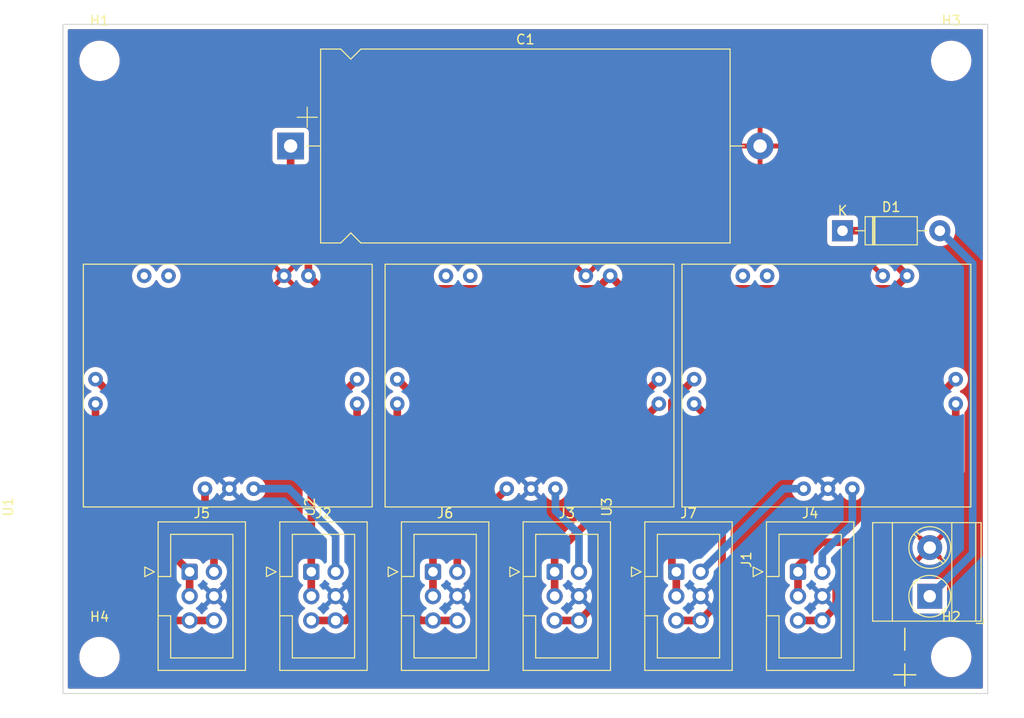
<source format=kicad_pcb>
(kicad_pcb (version 20211014) (generator pcbnew)
  (layers (0 "F.Cu" signal) (31 "B.Cu" signal) (34 "B.Paste" user) (35 "F.Paste" user) (36 "B.SilkS" user "B.Silkscreen") (37 "F.SilkS" user "F.Silkscreen") (38 "B.Mask" user) (39 "F.Mask" user) (44 "Edge.Cuts" user))
  (net 0 "")
  (net 1 "+12V")
  (net 2 "GND")
  (net 3 "OUT1+")
  (net 4 "OUT1-")
  (net 5 "IN1+")
  (net 6 "OUT3+")
  (net 7 "OUT3-")
  (net 8 "IN3+")
  (net 9 "OUT5+")
  (net 10 "OUT5-")
  (net 11 "IN5+")
  (net 12 "OUT2+")
  (net 13 "OUT2-")
  (net 14 "IN2+")
  (net 15 "OUT4+")
  (net 16 "OUT4-")
  (net 17 "IN4+")
  (net 18 "OUT6+")
  (net 19 "OUT6-")
  (net 20 "IN6+")
  (net 27 "IN-")
  (net 28 "Net-(D1-Pad2)")
  (footprint "Connector_IDC:IDC-Header_2x03_P2.54mm_Vertical" (layer "F.Cu") (at 94.4125 104.18)
    (fp_text reference "J5" (at 1.27 -6.1) (layer "F.SilkS"))
    (fp_text value "Conn_02x03_Odd_Even")
    (fp_line (start -1.98 0.49) (end -1.98 -3.91) (layer "F.SilkS") (width 0.12))
    (fp_line (start 4.52 -3.91) (end 4.52 8.99) (layer "F.SilkS") (width 0.12))
    (fp_line (start -1.98 -3.91) (end 4.52 -3.91) (layer "F.SilkS") (width 0.12))
    (fp_line (start 5.83 -5.21) (end 5.83 10.29) (layer "F.SilkS") (width 0.12))
    (fp_line (start -1.98 4.59) (end -3.29 4.59) (layer "F.SilkS") (width 0.12))
    (fp_line (start -4.68 0.5) (end -3.68 0) (layer "F.SilkS") (width 0.12))
    (fp_line (start 4.52 8.99) (end -1.98 8.99) (layer "F.SilkS") (width 0.12))
    (fp_line (start -3.29 10.29) (end -3.29 -5.21) (layer "F.SilkS") (width 0.12))
    (fp_line (start 5.83 10.29) (end -3.29 10.29) (layer "F.SilkS") (width 0.12))
    (fp_line (start -3.68 0) (end -4.68 -0.5) (layer "F.SilkS") (width 0.12))
    (fp_line (start -1.98 8.99) (end -1.98 4.59) (layer "F.SilkS") (width 0.12))
    (fp_line (start -1.98 4.59) (end -1.98 4.59) (layer "F.SilkS") (width 0.12))
    (fp_line (start -4.68 -0.5) (end -4.68 0.5) (layer "F.SilkS") (width 0.12))
    (fp_line (start -3.29 0.49) (end -1.98 0.49) (layer "F.SilkS") (width 0.12))
    (fp_line (start -3.29 -5.21) (end 5.83 -5.21) (layer "F.SilkS") (width 0.12))
    (pad "1" thru_hole roundrect locked (at 0 0) (size 1.7 1.7) (drill 1) (layers *.Cu *.Mask) (roundrect_rratio 0.1470588235) (net 12 "OUT2+"))
    (pad "2" thru_hole circle locked (at 2.54 0) (size 1.7 1.7) (drill 1) (layers *.Cu *.Mask) (net 14 "IN2+"))
    (pad "3" thru_hole circle locked (at 0 2.54) (size 1.7 1.7) (drill 1) (layers *.Cu *.Mask) (net 12 "OUT2+"))
    (pad "4" thru_hole circle locked (at 2.54 2.54) (size 1.7 1.7) (drill 1) (layers *.Cu *.Mask) (net 27 "IN-"))
    (pad "5" thru_hole circle locked (at 0 5.08) (size 1.7 1.7) (drill 1) (layers *.Cu *.Mask) (net 13 "OUT2-"))
    (pad "6" thru_hole circle locked (at 2.54 5.08) (size 1.7 1.7) (drill 1) (layers *.Cu *.Mask) (net 13 "OUT2-"))
  )
  (footprint "Connector_IDC:IDC-Header_2x03_P2.54mm_Vertical" (layer "F.Cu") (at 145.2125 104.18)
    (fp_text reference "J7" (at 1.27 -6.1) (layer "F.SilkS"))
    (fp_text value "Conn_02x03_Odd_Even")
    (fp_line (start 5.83 -5.21) (end 5.83 10.29) (layer "F.SilkS") (width 0.12))
    (fp_line (start -1.98 4.59) (end -1.98 4.59) (layer "F.SilkS") (width 0.12))
    (fp_line (start -3.68 0) (end -4.68 -0.5) (layer "F.SilkS") (width 0.12))
    (fp_line (start 4.52 -3.91) (end 4.52 8.99) (layer "F.SilkS") (width 0.12))
    (fp_line (start -1.98 -3.91) (end 4.52 -3.91) (layer "F.SilkS") (width 0.12))
    (fp_line (start 4.52 8.99) (end -1.98 8.99) (layer "F.SilkS") (width 0.12))
    (fp_line (start -3.29 0.49) (end -1.98 0.49) (layer "F.SilkS") (width 0.12))
    (fp_line (start 5.83 10.29) (end -3.29 10.29) (layer "F.SilkS") (width 0.12))
    (fp_line (start -4.68 -0.5) (end -4.68 0.5) (layer "F.SilkS") (width 0.12))
    (fp_line (start -1.98 4.59) (end -3.29 4.59) (layer "F.SilkS") (width 0.12))
    (fp_line (start -1.98 8.99) (end -1.98 4.59) (layer "F.SilkS") (width 0.12))
    (fp_line (start -4.68 0.5) (end -3.68 0) (layer "F.SilkS") (width 0.12))
    (fp_line (start -1.98 0.49) (end -1.98 -3.91) (layer "F.SilkS") (width 0.12))
    (fp_line (start -3.29 10.29) (end -3.29 -5.21) (layer "F.SilkS") (width 0.12))
    (fp_line (start -3.29 -5.21) (end 5.83 -5.21) (layer "F.SilkS") (width 0.12))
    (pad "1" thru_hole roundrect locked (at 0 0) (size 1.7 1.7) (drill 1) (layers *.Cu *.Mask) (roundrect_rratio 0.1470588235) (net 18 "OUT6+"))
    (pad "2" thru_hole circle locked (at 2.54 0) (size 1.7 1.7) (drill 1) (layers *.Cu *.Mask) (net 20 "IN6+"))
    (pad "3" thru_hole circle locked (at 0 2.54) (size 1.7 1.7) (drill 1) (layers *.Cu *.Mask) (net 18 "OUT6+"))
    (pad "4" thru_hole circle locked (at 2.54 2.54) (size 1.7 1.7) (drill 1) (layers *.Cu *.Mask) (net 27 "IN-"))
    (pad "5" thru_hole circle locked (at 0 5.08) (size 1.7 1.7) (drill 1) (layers *.Cu *.Mask) (net 19 "OUT6-"))
    (pad "6" thru_hole circle locked (at 2.54 5.08) (size 1.7 1.7) (drill 1) (layers *.Cu *.Mask) (net 19 "OUT6-"))
  )
  (footprint "Alex Custom:PAM8610_Module" (layer "F.Cu") (at 83.318 97.411 90)
    (fp_text reference "U1" (at 0 -7.85 90 unlocked) (layer "F.SilkS"))
    (fp_text value "PAM8610_Module")
    (fp_rect (start 0 0) (end 25.34 30.15) (layer "F.SilkS") (width 0.12) (fill none))
    (pad "1" thru_hole circle (at 24.13 20.955 90) (size 1.524 1.524) (drill 0.762) (layers *.Cu *.Mask) (net 2 "GND"))
    (pad "2" thru_hole circle (at 24.13 23.495 90) (size 1.524 1.524) (drill 0.762) (layers *.Cu *.Mask) (net 1 "+12V"))
    (pad "3" thru_hole circle (at 24.13 6.35 90) (size 1.524 1.524) (drill 0.762) (layers *.Cu *.Mask))
    (pad "4" thru_hole circle (at 24.13 8.89 90) (size 1.524 1.524) (drill 0.762) (layers *.Cu *.Mask))
    (pad "5" thru_hole circle (at 1.905 12.7 90) (size 1.524 1.524) (drill 0.762) (layers *.Cu *.Mask) (net 14 "IN2+"))
    (pad "6" thru_hole circle (at 1.905 15.24 90) (size 1.524 1.524) (drill 0.762) (layers *.Cu *.Mask) (net 27 "IN-"))
    (pad "7" thru_hole circle (at 1.905 17.78 90) (size 1.524 1.524) (drill 0.762) (layers *.Cu *.Mask) (net 5 "IN1+"))
    (pad "8" thru_hole circle (at 10.77 1.27 90) (size 1.524 1.524) (drill 0.762) (layers *.Cu *.Mask) (net 13 "OUT2-"))
    (pad "9" thru_hole circle (at 13.335 1.27 90) (size 1.524 1.524) (drill 0.762) (layers *.Cu *.Mask) (net 12 "OUT2+"))
    (pad "10" thru_hole circle (at 10.77 28.575 90) (size 1.524 1.524) (drill 0.762) (layers *.Cu *.Mask) (net 4 "OUT1-"))
    (pad "11" thru_hole circle (at 13.335 28.575 90) (size 1.524 1.524) (drill 0.762) (layers *.Cu *.Mask) (net 3 "OUT1+"))
  )
  (footprint "Alex Custom:PAM8610_Module" (layer "F.Cu") (at 145.802 97.411 90)
    (fp_text reference "U3" (at 0 -7.85 90 unlocked) (layer "F.SilkS"))
    (fp_text value "PAM8610_Module")
    (fp_rect (start 0 0) (end 25.34 30.15) (layer "F.SilkS") (width 0.12) (fill none))
    (pad "1" thru_hole circle (at 24.13 20.955 90) (size 1.524 1.524) (drill 0.762) (layers *.Cu *.Mask) (net 2 "GND"))
    (pad "2" thru_hole circle (at 24.13 23.495 90) (size 1.524 1.524) (drill 0.762) (layers *.Cu *.Mask) (net 1 "+12V"))
    (pad "3" thru_hole circle (at 24.13 6.35 90) (size 1.524 1.524) (drill 0.762) (layers *.Cu *.Mask))
    (pad "4" thru_hole circle (at 24.13 8.89 90) (size 1.524 1.524) (drill 0.762) (layers *.Cu *.Mask))
    (pad "5" thru_hole circle (at 1.905 12.7 90) (size 1.524 1.524) (drill 0.762) (layers *.Cu *.Mask) (net 20 "IN6+"))
    (pad "6" thru_hole circle (at 1.905 15.24 90) (size 1.524 1.524) (drill 0.762) (layers *.Cu *.Mask) (net 27 "IN-"))
    (pad "7" thru_hole circle (at 1.905 17.78 90) (size 1.524 1.524) (drill 0.762) (layers *.Cu *.Mask) (net 11 "IN5+"))
    (pad "8" thru_hole circle (at 10.77 1.27 90) (size 1.524 1.524) (drill 0.762) (layers *.Cu *.Mask) (net 19 "OUT6-"))
    (pad "9" thru_hole circle (at 13.335 1.27 90) (size 1.524 1.524) (drill 0.762) (layers *.Cu *.Mask) (net 18 "OUT6+"))
    (pad "10" thru_hole circle (at 10.77 28.575 90) (size 1.524 1.524) (drill 0.762) (layers *.Cu *.Mask) (net 10 "OUT5-"))
    (pad "11" thru_hole circle (at 13.335 28.575 90) (size 1.524 1.524) (drill 0.762) (layers *.Cu *.Mask) (net 9 "OUT5+"))
  )
  (footprint "MountingHole:MountingHole_3.2mm_M3" (layer "F.Cu") (at 85.005 50.845)
    (fp_text reference "H1" (at 0 -4.2) (layer "F.SilkS"))
    (fp_text value "MountingHole")
    (pad "" np_thru_hole circle locked (at 0 0) (size 3.2 3.2) (drill 3.2) (layers *.Cu *.Mask))
  )
  (footprint "Connector_IDC:IDC-Header_2x03_P2.54mm_Vertical" (layer "F.Cu") (at 132.5125 104.18)
    (fp_text reference "J3" (at 1.27 -6.1) (layer "F.SilkS"))
    (fp_text value "Conn_02x03_Odd_Even")
    (fp_line (start -3.29 -5.21) (end 5.83 -5.21) (layer "F.SilkS") (width 0.12))
    (fp_line (start -1.98 8.99) (end -1.98 4.59) (layer "F.SilkS") (width 0.12))
    (fp_line (start -1.98 4.59) (end -3.29 4.59) (layer "F.SilkS") (width 0.12))
    (fp_line (start -3.68 0) (end -4.68 -0.5) (layer "F.SilkS") (width 0.12))
    (fp_line (start -3.29 0.49) (end -1.98 0.49) (layer "F.SilkS") (width 0.12))
    (fp_line (start -1.98 -3.91) (end 4.52 -3.91) (layer "F.SilkS") (width 0.12))
    (fp_line (start -3.29 10.29) (end -3.29 -5.21) (layer "F.SilkS") (width 0.12))
    (fp_line (start -1.98 4.59) (end -1.98 4.59) (layer "F.SilkS") (width 0.12))
    (fp_line (start 4.52 8.99) (end -1.98 8.99) (layer "F.SilkS") (width 0.12))
    (fp_line (start -4.68 0.5) (end -3.68 0) (layer "F.SilkS") (width 0.12))
    (fp_line (start 4.52 -3.91) (end 4.52 8.99) (layer "F.SilkS") (width 0.12))
    (fp_line (start -4.68 -0.5) (end -4.68 0.5) (layer "F.SilkS") (width 0.12))
    (fp_line (start 5.83 -5.21) (end 5.83 10.29) (layer "F.SilkS") (width 0.12))
    (fp_line (start 5.83 10.29) (end -3.29 10.29) (layer "F.SilkS") (width 0.12))
    (fp_line (start -1.98 0.49) (end -1.98 -3.91) (layer "F.SilkS") (width 0.12))
    (pad "1" thru_hole roundrect locked (at 0 0) (size 1.7 1.7) (drill 1) (layers *.Cu *.Mask) (roundrect_rratio 0.1470588235) (net 6 "OUT3+"))
    (pad "2" thru_hole circle locked (at 2.54 0) (size 1.7 1.7) (drill 1) (layers *.Cu *.Mask) (net 8 "IN3+"))
    (pad "3" thru_hole circle locked (at 0 2.54) (size 1.7 1.7) (drill 1) (layers *.Cu *.Mask) (net 6 "OUT3+"))
    (pad "4" thru_hole circle locked (at 2.54 2.54) (size 1.7 1.7) (drill 1) (layers *.Cu *.Mask) (net 27 "IN-"))
    (pad "5" thru_hole circle locked (at 0 5.08) (size 1.7 1.7) (drill 1) (layers *.Cu *.Mask) (net 7 "OUT3-"))
    (pad "6" thru_hole circle locked (at 2.54 5.08) (size 1.7 1.7) (drill 1) (layers *.Cu *.Mask) (net 7 "OUT3-"))
  )
  (footprint "Connector_IDC:IDC-Header_2x03_P2.54mm_Vertical" (layer "F.Cu") (at 157.9125 104.18)
    (fp_text reference "J4" (at 1.27 -6.1) (layer "F.SilkS"))
    (fp_text value "Conn_02x03_Odd_Even")
    (fp_line (start -3.68 0) (end -4.68 -0.5) (layer "F.SilkS") (width 0.12))
    (fp_line (start 4.52 8.99) (end -1.98 8.99) (layer "F.SilkS") (width 0.12))
    (fp_line (start -1.98 0.49) (end -1.98 -3.91) (layer "F.SilkS") (width 0.12))
    (fp_line (start 5.83 10.29) (end -3.29 10.29) (layer "F.SilkS") (width 0.12))
    (fp_line (start 5.83 -5.21) (end 5.83 10.29) (layer "F.SilkS") (width 0.12))
    (fp_line (start -3.29 10.29) (end -3.29 -5.21) (layer "F.SilkS") (width 0.12))
    (fp_line (start -1.98 8.99) (end -1.98 4.59) (layer "F.SilkS") (width 0.12))
    (fp_line (start -1.98 4.59) (end -3.29 4.59) (layer "F.SilkS") (width 0.12))
    (fp_line (start -4.68 0.5) (end -3.68 0) (layer "F.SilkS") (width 0.12))
    (fp_line (start -1.98 4.59) (end -1.98 4.59) (layer "F.SilkS") (width 0.12))
    (fp_line (start -3.29 -5.21) (end 5.83 -5.21) (layer "F.SilkS") (width 0.12))
    (fp_line (start -4.68 -0.5) (end -4.68 0.5) (layer "F.SilkS") (width 0.12))
    (fp_line (start -3.29 0.49) (end -1.98 0.49) (layer "F.SilkS") (width 0.12))
    (fp_line (start 4.52 -3.91) (end 4.52 8.99) (layer "F.SilkS") (width 0.12))
    (fp_line (start -1.98 -3.91) (end 4.52 -3.91) (layer "F.SilkS") (width 0.12))
    (pad "1" thru_hole roundrect locked (at 0 0) (size 1.7 1.7) (drill 1) (layers *.Cu *.Mask) (roundrect_rratio 0.1470588235) (net 9 "OUT5+"))
    (pad "2" thru_hole circle locked (at 2.54 0) (size 1.7 1.7) (drill 1) (layers *.Cu *.Mask) (net 11 "IN5+"))
    (pad "3" thru_hole circle locked (at 0 2.54) (size 1.7 1.7) (drill 1) (layers *.Cu *.Mask) (net 9 "OUT5+"))
    (pad "4" thru_hole circle locked (at 2.54 2.54) (size 1.7 1.7) (drill 1) (layers *.Cu *.Mask) (net 27 "IN-"))
    (pad "5" thru_hole circle locked (at 0 5.08) (size 1.7 1.7) (drill 1) (layers *.Cu *.Mask) (net 10 "OUT5-"))
    (pad "6" thru_hole circle locked (at 2.54 5.08) (size 1.7 1.7) (drill 1) (layers *.Cu *.Mask) (net 10 "OUT5-"))
  )
  (footprint "Alex Custom:PAM8610_Module" (layer "F.Cu") (at 114.814 97.411 90)
    (fp_text reference "U2" (at 0 -7.85 90 unlocked) (layer "F.SilkS"))
    (fp_text value "PAM8610_Module")
    (fp_rect (start 0 0) (end 25.34 30.15) (layer "F.SilkS") (width 0.12) (fill none))
    (pad "1" thru_hole circle (at 24.13 20.955 90) (size 1.524 1.524) (drill 0.762) (layers *.Cu *.Mask) (net 2 "GND"))
    (pad "2" thru_hole circle (at 24.13 23.495 90) (size 1.524 1.524) (drill 0.762) (layers *.Cu *.Mask) (net 1 "+12V"))
    (pad "3" thru_hole circle (at 24.13 6.35 90) (size 1.524 1.524) (drill 0.762) (layers *.Cu *.Mask))
    (pad "4" thru_hole circle (at 24.13 8.89 90) (size 1.524 1.524) (drill 0.762) (layers *.Cu *.Mask))
    (pad "5" thru_hole circle (at 1.905 12.7 90) (size 1.524 1.524) (drill 0.762) (layers *.Cu *.Mask) (net 17 "IN4+"))
    (pad "6" thru_hole circle (at 1.905 15.24 90) (size 1.524 1.524) (drill 0.762) (layers *.Cu *.Mask) (net 27 "IN-"))
    (pad "7" thru_hole circle (at 1.905 17.78 90) (size 1.524 1.524) (drill 0.762) (layers *.Cu *.Mask) (net 8 "IN3+"))
    (pad "8" thru_hole circle (at 10.77 1.27 90) (size 1.524 1.524) (drill 0.762) (layers *.Cu *.Mask) (net 16 "OUT4-"))
    (pad "9" thru_hole circle (at 13.335 1.27 90) (size 1.524 1.524) (drill 0.762) (layers *.Cu *.Mask) (net 15 "OUT4+"))
    (pad "10" thru_hole circle (at 10.77 28.575 90) (size 1.524 1.524) (drill 0.762) (layers *.Cu *.Mask) (net 7 "OUT3-"))
    (pad "11" thru_hole circle (at 13.335 28.575 90) (size 1.524 1.524) (drill 0.762) (layers *.Cu *.Mask) (net 6 "OUT3+"))
  )
  (footprint "Diode_THT:D_DO-41_SOD81_P10.16mm_Horizontal" (layer "F.Cu") (at 162.56 68.58)
    (fp_text reference "D1" (at 5.08 -2.47) (layer "F.SilkS"))
    (fp_text value "1N4007")
    (fp_text user "K" (at 0 -2.1) (layer "F.SilkS"))
    (fp_line (start 3.38 -1.47) (end 3.38 1.47) (layer "F.SilkS") (width 0.12))
    (fp_line (start 2.36 -1.47) (end 2.36 1.47) (layer "F.SilkS") (width 0.12))
    (fp_line (start 1.34 0) (end 2.36 0) (layer "F.SilkS") (width 0.12))
    (fp_line (start 2.36 1.47) (end 7.8 1.47) (layer "F.SilkS") (width 0.12))
    (fp_line (start 3.26 -1.47) (end 3.26 1.47) (layer "F.SilkS") (width 0.12))
    (fp_line (start 8.82 0) (end 7.8 0) (layer "F.SilkS") (width 0.12))
    (fp_line (start 7.8 1.47) (end 7.8 -1.47) (layer "F.SilkS") (width 0.12))
    (fp_line (start 7.8 -1.47) (end 2.36 -1.47) (layer "F.SilkS") (width 0.12))
    (fp_line (start 3.14 -1.47) (end 3.14 1.47) (layer "F.SilkS") (width 0.12))
    (pad "1" thru_hole rect locked (at 0 0) (size 2.2 2.2) (drill 1.1) (layers *.Cu *.Mask) (net 1 "+12V"))
    (pad "2" thru_hole oval locked (at 10.16 0) (size 2.2 2.2) (drill 1.1) (layers *.Cu *.Mask) (net 28 "Net-(D1-Pad2)"))
  )
  (footprint "TerminalBlock_Phoenix:TerminalBlock_Phoenix_MKDS-3-2-5.08_1x02_P5.08mm_Horizontal" (layer "F.Cu") (at 171.665 106.73 90)
    (fp_text reference "J1" (at 3.815 -19.1425 90) (layer "F.SilkS"))
    (fp_text value "Screw_Terminal_01x02")
    (fp_line (start -2.84 4.86) (end -2.84 5.6) (layer "F.SilkS") (width 0.12))
    (fp_line (start -2.6 -5.96) (end 7.68 -5.96) (layer "F.SilkS") (width 0.12))
    (fp_line (start -1.548 1.281) (end -1.654 1.388) (layer "F.SilkS") (width 0.12))
    (fp_line (start 7.68 -5.96) (end 7.68 5.36) (layer "F.SilkS") (width 0.12))
    (fp_line (start 6.468 -1.654) (end 6.088 -1.274) (layer "F.SilkS") (width 0.12))
    (fp_line (start 1.388 -1.654) (end 1.281 -1.547) (layer "F.SilkS") (width 0.12))
    (fp_line (start -2.6 -3.9) (end 7.68 -3.9) (layer "F.SilkS") (width 0.12))
    (fp_line (start -2.6 4.8) (end 7.68 4.8) (layer "F.SilkS") (width 0.12))
    (fp_line (start 3.822 0.992) (end 3.427 1.388) (layer "F.SilkS") (width 0.12))
    (fp_line (start -1.282 1.547) (end -1.388 1.654) (layer "F.SilkS") (width 0.12))
    (fp_line (start -2.6 5.36) (end 7.68 5.36) (layer "F.SilkS") (width 0.12))
    (fp_line (start 4.073 1.274) (end 3.693 1.654) (layer "F.SilkS") (width 0.12))
    (fp_line (start 1.654 -1.388) (end 1.547 -1.281) (layer "F.SilkS") (width 0.12))
    (fp_line (start -2.6 -5.96) (end -2.6 5.36) (layer "F.SilkS") (width 0.12))
    (fp_line (start 6.734 -1.388) (end 6.339 -0.992) (layer "F.SilkS") (width 0.12))
    (fp_line (start -2.84 5.6) (end -2.34 5.6) (layer "F.SilkS") (width 0.12))
    (fp_line (start -2.6 2.3) (end 7.68 2.3) (layer "F.SilkS") (width 0.12))
    (fp_circle (center 5.08 0) (end 7.26 0) (layer "F.SilkS") (width 0.12) (fill none))
    (fp_circle (center 0 0) (end 2.18 0) (layer "F.SilkS") (width 0.12) (fill none))
    (pad "1" thru_hole rect locked (at 0 0 90) (size 2.6 2.6) (drill 1.3) (layers *.Cu *.Mask) (net 28 "Net-(D1-Pad2)"))
    (pad "2" thru_hole circle locked (at 5.08 0 90) (size 2.6 2.6) (drill 1.3) (layers *.Cu *.Mask) (net 2 "GND"))
  )
  (footprint "Connector_IDC:IDC-Header_2x03_P2.54mm_Vertical" (layer "F.Cu") (at 119.8125 104.18)
    (fp_text reference "J6" (at 1.27 -6.1) (layer "F.SilkS"))
    (fp_text value "Conn_02x03_Odd_Even")
    (fp_line (start -4.68 0.5) (end -3.68 0) (layer "F.SilkS") (width 0.12))
    (fp_line (start -3.29 -5.21) (end 5.83 -5.21) (layer "F.SilkS") (width 0.12))
    (fp_line (start -1.98 4.59) (end -3.29 4.59) (layer "F.SilkS") (width 0.12))
    (fp_line (start -3.29 0.49) (end -1.98 0.49) (layer "F.SilkS") (width 0.12))
    (fp_line (start -4.68 -0.5) (end -4.68 0.5) (layer "F.SilkS") (width 0.12))
    (fp_line (start 4.52 -3.91) (end 4.52 8.99) (layer "F.SilkS") (width 0.12))
    (fp_line (start 5.83 10.29) (end -3.29 10.29) (layer "F.SilkS") (width 0.12))
    (fp_line (start -3.68 0) (end -4.68 -0.5) (layer "F.SilkS") (width 0.12))
    (fp_line (start -1.98 -3.91) (end 4.52 -3.91) (layer "F.SilkS") (width 0.12))
    (fp_line (start -3.29 10.29) (end -3.29 -5.21) (layer "F.SilkS") (width 0.12))
    (fp_line (start 5.83 -5.21) (end 5.83 10.29) (layer "F.SilkS") (width 0.12))
    (fp_line (start -1.98 0.49) (end -1.98 -3.91) (layer "F.SilkS") (width 0.12))
    (fp_line (start 4.52 8.99) (end -1.98 8.99) (layer "F.SilkS") (width 0.12))
    (fp_line (start -1.98 4.59) (end -1.98 4.59) (layer "F.SilkS") (width 0.12))
    (fp_line (start -1.98 8.99) (end -1.98 4.59) (layer "F.SilkS") (width 0.12))
    (pad "1" thru_hole roundrect locked (at 0 0) (size 1.7 1.7) (drill 1) (layers *.Cu *.Mask) (roundrect_rratio 0.1470588235) (net 15 "OUT4+"))
    (pad "2" thru_hole circle locked (at 2.54 0) (size 1.7 1.7) (drill 1) (layers *.Cu *.Mask) (net 17 "IN4+"))
    (pad "3" thru_hole circle locked (at 0 2.54) (size 1.7 1.7) (drill 1) (layers *.Cu *.Mask) (net 15 "OUT4+"))
    (pad "4" thru_hole circle locked (at 2.54 2.54) (size 1.7 1.7) (drill 1) (layers *.Cu *.Mask) (net 27 "IN-"))
    (pad "5" thru_hole circle locked (at 0 5.08) (size 1.7 1.7) (drill 1) (layers *.Cu *.Mask) (net 16 "OUT4-"))
    (pad "6" thru_hole circle locked (at 2.54 5.08) (size 1.7 1.7) (drill 1) (layers *.Cu *.Mask) (net 16 "OUT4-"))
  )
  (footprint "MountingHole:MountingHole_3.2mm_M3" (layer "F.Cu") (at 173.905 113.075)
    (fp_text reference "H2" (at 0 -4.2) (layer "F.SilkS"))
    (fp_text value "MountingHole")
    (pad "" np_thru_hole circle locked (at 0 0) (size 3.2 3.2) (drill 3.2) (layers *.Cu *.Mask))
  )
  (footprint "MountingHole:MountingHole_3.2mm_M3" (layer "F.Cu") (at 173.905 50.845)
    (fp_text reference "H3" (at 0 -4.2) (layer "F.SilkS"))
    (fp_text value "MountingHole")
    (pad "" np_thru_hole circle locked (at 0 0) (size 3.2 3.2) (drill 3.2) (layers *.Cu *.Mask))
  )
  (footprint "Capacitor_THT:CP_Axial_L42.5mm_D20.0mm_P49.00mm_Horizontal" (layer "F.Cu") (at 104.955 59.735)
    (fp_text reference "C1" (at 24.5 -11.12) (layer "F.SilkS"))
    (fp_text value "4700u")
    (fp_line (start 7.33 10.12) (end 45.87 10.12) (layer "F.SilkS") (width 0.12))
    (fp_line (start 45.87 -10.12) (end 45.87 10.12) (layer "F.SilkS") (width 0.12))
    (fp_line (start 7.33 -10.12) (end 45.87 -10.12) (layer "F.SilkS") (width 0.12))
    (fp_line (start 1.73 -4.05) (end 1.73 -1.95) (layer "F.SilkS") (width 0.12))
    (fp_line (start 3.13 -10.12) (end 3.13 10.12) (layer "F.SilkS") (width 0.12))
    (fp_line (start 5.23 -10.12) (end 6.28 -9.07) (layer "F.SilkS") (width 0.12))
    (fp_line (start 0.68 -3) (end 2.78 -3) (layer "F.SilkS") (width 0.12))
    (fp_line (start 3.13 -10.12) (end 5.23 -10.12) (layer "F.SilkS") (width 0.12))
    (fp_line (start 1.64 0) (end 3.13 0) (layer "F.SilkS") (width 0.12))
    (fp_line (start 6.28 -9.07) (end 7.33 -10.12) (layer "F.SilkS") (width 0.12))
    (fp_line (start 6.28 9.07) (end 7.33 10.12) (layer "F.SilkS") (width 0.12))
    (fp_line (start 47.36 0) (end 45.87 0) (layer "F.SilkS") (width 0.12))
    (fp_line (start 5.23 10.12) (end 6.28 9.07) (layer "F.SilkS") (width 0.12))
    (fp_line (start 3.13 10.12) (end 5.23 10.12) (layer "F.SilkS") (width 0.12))
    (pad "1" thru_hole rect locked (at 0 0) (size 2.8 2.8) (drill 1.4) (layers *.Cu *.Mask) (net 1 "+12V"))
    (pad "2" thru_hole oval locked (at 49 0) (size 2.8 2.8) (drill 1.4) (layers *.Cu *.Mask) (net 2 "GND"))
  )
  (footprint "MountingHole:MountingHole_3.2mm_M3" (layer "F.Cu") (at 85.005 113.075)
    (fp_text reference "H4" (at 0 -4.2) (layer "F.SilkS"))
    (fp_text value "MountingHole")
    (pad "" np_thru_hole circle locked (at 0 0) (size 3.2 3.2) (drill 3.2) (layers *.Cu *.Mask))
  )
  (footprint "Connector_IDC:IDC-Header_2x03_P2.54mm_Vertical" (layer "F.Cu") (at 107.1125 104.18)
    (fp_text reference "J2" (at 1.27 -6.1) (layer "F.SilkS"))
    (fp_text value "Conn_02x03_Odd_Even")
    (fp_line (start -4.68 0.5) (end -3.68 0) (layer "F.SilkS") (width 0.12))
    (fp_line (start -1.98 4.59) (end -3.29 4.59) (layer "F.SilkS") (width 0.12))
    (fp_line (start 4.52 8.99) (end -1.98 8.99) (layer "F.SilkS") (width 0.12))
    (fp_line (start -3.29 -5.21) (end 5.83 -5.21) (layer "F.SilkS") (width 0.12))
    (fp_line (start -3.29 0.49) (end -1.98 0.49) (layer "F.SilkS") (width 0.12))
    (fp_line (start -3.29 10.29) (end -3.29 -5.21) (layer "F.SilkS") (width 0.12))
    (fp_line (start 5.83 10.29) (end -3.29 10.29) (layer "F.SilkS") (width 0.12))
    (fp_line (start -3.68 0) (end -4.68 -0.5) (layer "F.SilkS") (width 0.12))
    (fp_line (start -4.68 -0.5) (end -4.68 0.5) (layer "F.SilkS") (width 0.12))
    (fp_line (start -1.98 4.59) (end -1.98 4.59) (layer "F.SilkS") (width 0.12))
    (fp_line (start -1.98 -3.91) (end 4.52 -3.91) (layer "F.SilkS") (width 0.12))
    (fp_line (start 4.52 -3.91) (end 4.52 8.99) (layer "F.SilkS") (width 0.12))
    (fp_line (start -1.98 8.99) (end -1.98 4.59) (layer "F.SilkS") (width 0.12))
    (fp_line (start 5.83 -5.21) (end 5.83 10.29) (layer "F.SilkS") (width 0.12))
    (fp_line (start -1.98 0.49) (end -1.98 -3.91) (layer "F.SilkS") (width 0.12))
    (pad "1" thru_hole roundrect locked (at 0 0) (size 1.7 1.7) (drill 1) (layers *.Cu *.Mask) (roundrect_rratio 0.1470588235) (net 3 "OUT1+"))
    (pad "2" thru_hole circle locked (at 2.54 0) (size 1.7 1.7) (drill 1) (layers *.Cu *.Mask) (net 5 "IN1+"))
    (pad "3" thru_hole circle locked (at 0 2.54) (size 1.7 1.7) (drill 1) (layers *.Cu *.Mask) (net 3 "OUT1+"))
    (pad "4" thru_hole circle locked (at 2.54 2.54) (size 1.7 1.7) (drill 1) (layers *.Cu *.Mask) (net 27 "IN-"))
    (pad "5" thru_hole circle locked (at 0 5.08) (size 1.7 1.7) (drill 1) (layers *.Cu *.Mask) (net 4 "OUT1-"))
    (pad "6" thru_hole circle locked (at 2.54 5.08) (size 1.7 1.7) (drill 1) (layers *.Cu *.Mask) (net 4 "OUT1-"))
  )
  (gr_rect (start 81.195 47.035) (end 177.715 116.885) (layer "Edge.Cuts") (width 0.1) (fill none))
  (gr_text "+-" (at 168.825 113.075 90) (layer "F.SilkS") (effects (font (size 3 3))))
  (segment (start 138.309 73.281) (end 139.670511 74.642511) (width 0.8) (layer "F.Cu") (net 1))
  (segment (start 136.947489 74.642511) (end 138.309 73.281) (width 0.8) (layer "F.Cu") (net 1))
  (segment (start 108.174511 74.642511) (end 136.947489 74.642511) (width 0.8) (layer "F.Cu") (net 1))
  (segment (start 104.955 65.458) (end 106.813 67.316) (width 0.8) (layer "F.Cu") (net 1))
  (segment (start 139.670511 74.642511) (end 167.935489 74.642511) (width 0.8) (layer "F.Cu") (net 1))
  (segment (start 106.813 73.281) (end 108.174511 74.642511) (width 0.8) (layer "F.Cu") (net 1))
  (segment (start 167.935489 74.642511) (end 169.297 73.281) (width 0.8) (layer "F.Cu") (net 1))
  (segment (start 164.596 68.58) (end 169.297 73.281) (width 0.8) (layer "F.Cu") (net 1))
  (segment (start 162.56 68.58) (end 164.596 68.58) (width 0.8) (layer "F.Cu") (net 1))
  (segment (start 104.955 59.735) (end 104.955 65.458) (width 0.8) (layer "F.Cu") (net 1))
  (segment (start 106.813 67.316) (end 106.813 73.281) (width 0.8) (layer "F.Cu") (net 1))
  (segment (start 107.1125 104.18) (end 107.1125 106.72) (width 0.8) (layer "F.Cu") (net 3))
  (segment (start 111.893 84.076) (end 107.1125 88.8565) (width 0.8) (layer "F.Cu") (net 3))
  (segment (start 107.1125 88.8565) (end 107.1125 104.18) (width 0.8) (layer "F.Cu") (net 3))
  (segment (start 111.893 108.071) (end 110.704 109.26) (width 0.8) (layer "F.Cu") (net 4))
  (segment (start 110.704 109.26) (end 109.6525 109.26) (width 0.8) (layer "F.Cu") (net 4))
  (segment (start 107.1125 109.26) (end 109.6525 109.26) (width 0.8) (layer "F.Cu") (net 4))
  (segment (start 111.893 86.641) (end 111.893 108.071) (width 0.8) (layer "F.Cu") (net 4))
  (segment (start 109.6525 100.3815) (end 109.6525 104.18) (width 0.8) (layer "B.Cu") (net 5))
  (segment (start 104.777 95.506) (end 109.6525 100.3815) (width 0.8) (layer "B.Cu") (net 5))
  (segment (start 101.098 95.506) (end 104.777 95.506) (width 0.8) (layer "B.Cu") (net 5))
  (segment (start 136.271 91.194) (end 136.271 98.679) (width 0.8) (layer "F.Cu") (net 6))
  (segment (start 132.5125 106.72) (end 132.5125 104.18) (width 0.8) (layer "F.Cu") (net 6))
  (segment (start 132.5125 102.4375) (end 132.5125 104.18) (width 0.8) (layer "F.Cu") (net 6))
  (segment (start 143.389 84.076) (end 136.271 91.194) (width 0.8) (layer "F.Cu") (net 6))
  (segment (start 136.271 98.679) (end 132.5125 102.4375) (width 0.8) (layer "F.Cu") (net 6))
  (segment (start 132.5125 109.26) (end 135.0525 109.26) (width 0.8) (layer "F.Cu") (net 7))
  (segment (start 141.859 88.171) (end 141.859 102.4535) (width 0.8) (layer "F.Cu") (net 7))
  (segment (start 141.859 102.4535) (end 135.0525 109.26) (width 0.8) (layer "F.Cu") (net 7))
  (segment (start 143.389 86.641) (end 141.859 88.171) (width 0.8) (layer "F.Cu") (net 7))
  (segment (start 132.594 97.796) (end 135.0525 100.2545) (width 0.8) (layer "B.Cu") (net 8))
  (segment (start 132.594 95.506) (end 132.594 97.796) (width 0.8) (layer "B.Cu") (net 8))
  (segment (start 135.0525 100.2545) (end 135.0525 104.18) (width 0.8) (layer "B.Cu") (net 8))
  (segment (start 160.401 101.092) (end 157.9125 103.5805) (width 0.8) (layer "F.Cu") (net 9))
  (segment (start 157.9125 106.72) (end 157.9125 104.18) (width 0.8) (layer "F.Cu") (net 9))
  (segment (start 157.9125 103.5805) (end 157.9125 104.18) (width 0.8) (layer "F.Cu") (net 9))
  (segment (start 174.377 84.076) (end 170.688 87.765) (width 0.8) (layer "F.Cu") (net 9))
  (segment (start 170.688 93.98) (end 163.576 101.092) (width 0.8) (layer "F.Cu") (net 9))
  (segment (start 163.576 101.092) (end 160.401 101.092) (width 0.8) (layer "F.Cu") (net 9))
  (segment (start 170.688 87.765) (end 170.688 93.98) (width 0.8) (layer "F.Cu") (net 9))
  (segment (start 161.902011 106.067989) (end 161.902011 107.810489) (width 0.8) (layer "F.Cu") (net 10))
  (segment (start 161.902011 107.810489) (end 160.4525 109.26) (width 0.8) (layer "F.Cu") (net 10))
  (segment (start 157.9125 109.26) (end 160.4525 109.26) (width 0.8) (layer "F.Cu") (net 10))
  (segment (start 174.377 86.641) (end 174.377 93.593) (width 0.8) (layer "F.Cu") (net 10))
  (segment (start 174.377 93.593) (end 161.902011 106.067989) (width 0.8) (layer "F.Cu") (net 10))
  (segment (start 160.4525 102.3105) (end 163.582 99.181) (width 0.8) (layer "B.Cu") (net 11))
  (segment (start 160.4525 104.18) (end 160.4525 102.3105) (width 0.8) (layer "B.Cu") (net 11))
  (segment (start 163.582 99.181) (end 163.582 95.506) (width 0.8) (layer "B.Cu") (net 11))
  (segment (start 94.4125 104.18) (end 94.4125 106.72) (width 0.8) (layer "F.Cu") (net 12))
  (segment (start 94.4125 104.18) (end 91.948 101.7155) (width 0.8) (layer "F.Cu") (net 12))
  (segment (start 91.948 91.436) (end 84.588 84.076) (width 0.8) (layer "F.Cu") (net 12))
  (segment (start 91.948 101.7155) (end 91.948 91.436) (width 0.8) (layer "F.Cu") (net 12))
  (segment (start 96.9525 109.26) (end 94.4125 109.26) (width 0.8) (layer "F.Cu") (net 13))
  (segment (start 84.588 101.606) (end 92.242 109.26) (width 0.8) (layer "F.Cu") (net 13))
  (segment (start 84.588 86.641) (end 84.588 101.606) (width 0.8) (layer "F.Cu") (net 13))
  (segment (start 92.242 109.26) (end 94.4125 109.26) (width 0.8) (layer "F.Cu") (net 13))
  (segment (start 96.018 95.506) (end 96.018 99.701) (width 0.8) (layer "F.Cu") (net 14))
  (segment (start 96.018 99.701) (end 96.9525 100.6355) (width 0.8) (layer "F.Cu") (net 14))
  (segment (start 96.9525 100.6355) (end 96.9525 104.18) (width 0.8) (layer "F.Cu") (net 14))
  (segment (start 116.084 84.076) (end 119.8125 87.8045) (width 0.8) (layer "F.Cu") (net 15))
  (segment (start 119.8125 104.18) (end 119.8125 106.72) (width 0.8) (layer "F.Cu") (net 15))
  (segment (start 119.8125 87.8045) (end 119.8125 104.18) (width 0.8) (layer "F.Cu") (net 15))
  (segment (start 116.084 106.813) (end 118.531 109.26) (width 0.8) (layer "F.Cu") (net 16))
  (segment (start 116.084 86.641) (end 116.084 106.813) (width 0.8) (layer "F.Cu") (net 16))
  (segment (start 122.3525 109.26) (end 119.8125 109.26) (width 0.8) (layer "F.Cu") (net 16))
  (segment (start 118.531 109.26) (end 119.8125 109.26) (width 0.8) (layer "F.Cu") (net 16))
  (segment (start 122.3525 104.18) (end 122.3525 100.6675) (width 0.8) (layer "F.Cu") (net 17))
  (segment (start 122.3525 100.6675) (end 127.514 95.506) (width 0.8) (layer "F.Cu") (net 17))
  (segment (start 144.750511 86.397489) (end 144.750511 103.718011) (width 0.8) (layer "F.Cu") (net 18))
  (segment (start 144.750511 103.718011) (end 145.2125 104.18) (width 0.8) (layer "F.Cu") (net 18))
  (segment (start 145.2125 104.18) (end 145.2125 106.72) (width 0.8) (layer "F.Cu") (net 18))
  (segment (start 147.072 84.076) (end 144.750511 86.397489) (width 0.8) (layer "F.Cu") (net 18))
  (segment (start 147.072 86.641) (end 149.987 89.556) (width 0.8) (layer "F.Cu") (net 19))
  (segment (start 149.987 107.0255) (end 147.7525 109.26) (width 0.8) (layer "F.Cu") (net 19))
  (segment (start 149.987 89.556) (end 149.987 107.0255) (width 0.8) (layer "F.Cu") (net 19))
  (segment (start 147.7525 109.26) (end 145.2125 109.26) (width 0.8) (layer "F.Cu") (net 19))
  (segment (start 156.4265 95.506) (end 147.7525 104.18) (width 0.8) (layer "B.Cu") (net 20))
  (segment (start 158.502 95.506) (end 156.4265 95.506) (width 0.8) (layer "B.Cu") (net 20))
  (segment (start 176.149 72.009) (end 172.72 68.58) (width 0.8) (layer "B.Cu") (net 28))
  (segment (start 176.149 102.246) (end 176.149 72.009) (width 0.8) (layer "B.Cu") (net 28))
  (segment (start 171.665 106.73) (end 176.149 102.246) (width 0.8) (layer "B.Cu") (net 28))
  (zone (net 2) (net_name "GND") (layer "F.Cu") (connect_pads (clearance 0.508)) (min_thickness 0.254) (fill yes (thermal_gap 0.508) (thermal_bridge_width 0.508))
    (polygon (pts (xy 180.255 118.155) (xy 79.925 118.155) (xy 79.925 45.765) (xy 178.985 45.765)))
  )
  (zone (net 27) (net_name "IN-") (layer "B.Cu") (connect_pads (clearance 0.508)) (min_thickness 0.254) (fill yes (thermal_gap 0.508) (thermal_bridge_width 0.508))
    (polygon (pts (xy 181.525 119.425) (xy 78.655 119.425) (xy 78.655 44.495) (xy 180.255 44.495)))
  )
)
</source>
